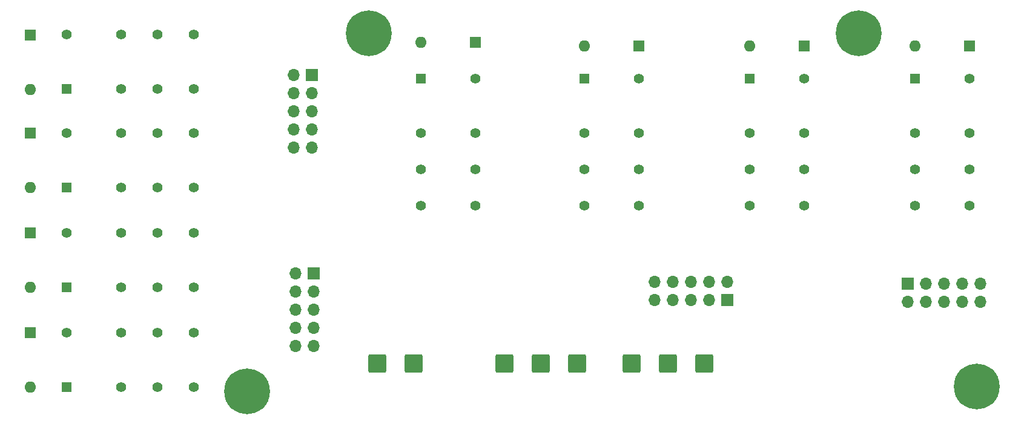
<source format=gbr>
%TF.GenerationSoftware,KiCad,Pcbnew,7.0.6*%
%TF.CreationDate,2023-11-23T12:54:35+01:00*%
%TF.ProjectId,mainboard,6d61696e-626f-4617-9264-2e6b69636164,1*%
%TF.SameCoordinates,Original*%
%TF.FileFunction,Soldermask,Bot*%
%TF.FilePolarity,Negative*%
%FSLAX46Y46*%
G04 Gerber Fmt 4.6, Leading zero omitted, Abs format (unit mm)*
G04 Created by KiCad (PCBNEW 7.0.6) date 2023-11-23 12:54:35*
%MOMM*%
%LPD*%
G01*
G04 APERTURE LIST*
G04 Aperture macros list*
%AMRoundRect*
0 Rectangle with rounded corners*
0 $1 Rounding radius*
0 $2 $3 $4 $5 $6 $7 $8 $9 X,Y pos of 4 corners*
0 Add a 4 corners polygon primitive as box body*
4,1,4,$2,$3,$4,$5,$6,$7,$8,$9,$2,$3,0*
0 Add four circle primitives for the rounded corners*
1,1,$1+$1,$2,$3*
1,1,$1+$1,$4,$5*
1,1,$1+$1,$6,$7*
1,1,$1+$1,$8,$9*
0 Add four rect primitives between the rounded corners*
20,1,$1+$1,$2,$3,$4,$5,0*
20,1,$1+$1,$4,$5,$6,$7,0*
20,1,$1+$1,$6,$7,$8,$9,0*
20,1,$1+$1,$8,$9,$2,$3,0*%
G04 Aperture macros list end*
%ADD10RoundRect,0.249999X-1.025001X-1.025001X1.025001X-1.025001X1.025001X1.025001X-1.025001X1.025001X0*%
%ADD11R,1.700000X1.700000*%
%ADD12O,1.700000X1.700000*%
%ADD13C,0.800000*%
%ADD14C,6.400000*%
%ADD15R,1.600000X1.600000*%
%ADD16O,1.600000X1.600000*%
%ADD17R,1.400000X1.400000*%
%ADD18C,1.400000*%
G04 APERTURE END LIST*
D10*
%TO.C,J36*%
X136435000Y-123745500D03*
%TD*%
%TO.C,J39*%
X146595000Y-123745500D03*
%TD*%
D11*
%TO.C,J3*%
X109785000Y-111075500D03*
D12*
X107245000Y-111075500D03*
X109785000Y-113615500D03*
X107245000Y-113615500D03*
X109785000Y-116155500D03*
X107245000Y-116155500D03*
X109785000Y-118695500D03*
X107245000Y-118695500D03*
X109785000Y-121235500D03*
X107245000Y-121235500D03*
%TD*%
D13*
%TO.C,REF\u002A\u002A*%
X183604052Y-77470000D03*
X184306996Y-75772944D03*
X184306996Y-79167056D03*
X186004052Y-75070000D03*
D14*
X186004052Y-77470000D03*
D13*
X186004052Y-79870000D03*
X187701108Y-75772944D03*
X187701108Y-79167056D03*
X188404052Y-77470000D03*
%TD*%
D15*
%TO.C,D6*%
X178345000Y-79295500D03*
D16*
X170725000Y-79295500D03*
%TD*%
D17*
%TO.C,K6*%
X75253500Y-99060000D03*
D18*
X82873500Y-99060000D03*
X87953500Y-99060000D03*
X93033500Y-99060000D03*
X93033500Y-91440000D03*
X87953500Y-91440000D03*
X82873500Y-91440000D03*
X75253500Y-91440000D03*
%TD*%
D17*
%TO.C,K5*%
X124751000Y-83867500D03*
D18*
X124751000Y-91487500D03*
X124751000Y-96567500D03*
X124751000Y-101647500D03*
X132371000Y-101647500D03*
X132371000Y-96567500D03*
X132371000Y-91487500D03*
X132371000Y-83867500D03*
%TD*%
D13*
%TO.C,REF\u002A\u002A*%
X98094052Y-127580000D03*
X98796996Y-125882944D03*
X98796996Y-129277056D03*
X100494052Y-125180000D03*
D14*
X100494052Y-127580000D03*
D13*
X100494052Y-129980000D03*
X102191108Y-125882944D03*
X102191108Y-129277056D03*
X102894052Y-127580000D03*
%TD*%
D10*
%TO.C,J37*%
X154215000Y-123745500D03*
%TD*%
D15*
%TO.C,D8*%
X132371000Y-78787500D03*
D16*
X124751000Y-78787500D03*
%TD*%
D13*
%TO.C,REF\u002A\u002A*%
X115094052Y-77470000D03*
X115796996Y-75772944D03*
X115796996Y-79167056D03*
X117494052Y-75070000D03*
D14*
X117494052Y-77470000D03*
D13*
X117494052Y-79870000D03*
X119191108Y-75772944D03*
X119191108Y-79167056D03*
X119894052Y-77470000D03*
%TD*%
D10*
%TO.C,J33*%
X123735000Y-123745500D03*
%TD*%
D15*
%TO.C,D10*%
X70173500Y-91440000D03*
D16*
X70173500Y-99060000D03*
%TD*%
D17*
%TO.C,K8*%
X75253500Y-113030000D03*
D18*
X82873500Y-113030000D03*
X87953500Y-113030000D03*
X93033500Y-113030000D03*
X93033500Y-105410000D03*
X87953500Y-105410000D03*
X82873500Y-105410000D03*
X75253500Y-105410000D03*
%TD*%
D15*
%TO.C,D12*%
X70173500Y-105410000D03*
D16*
X70173500Y-113030000D03*
%TD*%
D11*
%TO.C,J18*%
X167647000Y-114875500D03*
D12*
X167647000Y-112335500D03*
X165107000Y-114875500D03*
X165107000Y-112335500D03*
X162567000Y-114875500D03*
X162567000Y-112335500D03*
X160027000Y-114875500D03*
X160027000Y-112335500D03*
X157487000Y-114875500D03*
X157487000Y-112335500D03*
%TD*%
D17*
%TO.C,K7*%
X75221000Y-127000000D03*
D18*
X82841000Y-127000000D03*
X87921000Y-127000000D03*
X93001000Y-127000000D03*
X93001000Y-119380000D03*
X87921000Y-119380000D03*
X82841000Y-119380000D03*
X75221000Y-119380000D03*
%TD*%
D15*
%TO.C,D11*%
X70141000Y-119380000D03*
D16*
X70141000Y-127000000D03*
%TD*%
D10*
%TO.C,J32*%
X118655000Y-123745500D03*
%TD*%
D17*
%TO.C,K1*%
X193839000Y-83867500D03*
D18*
X193839000Y-91487500D03*
X193839000Y-96567500D03*
X193839000Y-101647500D03*
X201459000Y-101647500D03*
X201459000Y-96567500D03*
X201459000Y-91487500D03*
X201459000Y-83867500D03*
%TD*%
D15*
%TO.C,D9*%
X70173500Y-77724000D03*
D16*
X70173500Y-85344000D03*
%TD*%
D15*
%TO.C,D7*%
X155231000Y-79295500D03*
D16*
X147611000Y-79295500D03*
%TD*%
D15*
%TO.C,D5*%
X201459000Y-79295500D03*
D16*
X193839000Y-79295500D03*
%TD*%
D13*
%TO.C,REF\u002A\u002A*%
X200094052Y-126980000D03*
X200796996Y-125282944D03*
X200796996Y-128677056D03*
X202494052Y-124580000D03*
D14*
X202494052Y-126980000D03*
D13*
X202494052Y-129380000D03*
X204191108Y-125282944D03*
X204191108Y-128677056D03*
X204894052Y-126980000D03*
%TD*%
D10*
%TO.C,J35*%
X141515000Y-123745500D03*
%TD*%
D11*
%TO.C,J19*%
X192853000Y-112549500D03*
D12*
X192853000Y-115089500D03*
X195393000Y-112549500D03*
X195393000Y-115089500D03*
X197933000Y-112549500D03*
X197933000Y-115089500D03*
X200473000Y-112549500D03*
X200473000Y-115089500D03*
X203013000Y-112549500D03*
X203013000Y-115089500D03*
%TD*%
D17*
%TO.C,K4*%
X147611000Y-83867500D03*
D18*
X147611000Y-91487500D03*
X147611000Y-96567500D03*
X147611000Y-101647500D03*
X155231000Y-101647500D03*
X155231000Y-96567500D03*
X155231000Y-91487500D03*
X155231000Y-83867500D03*
%TD*%
D10*
%TO.C,J38*%
X159295000Y-123745500D03*
%TD*%
D11*
%TO.C,J1*%
X109511000Y-83359500D03*
D12*
X106971000Y-83359500D03*
X109511000Y-85899500D03*
X106971000Y-85899500D03*
X109511000Y-88439500D03*
X106971000Y-88439500D03*
X109511000Y-90979500D03*
X106971000Y-90979500D03*
X109511000Y-93519500D03*
X106971000Y-93519500D03*
%TD*%
D10*
%TO.C,J40*%
X164375000Y-123745500D03*
%TD*%
D17*
%TO.C,K2*%
X75286000Y-85296500D03*
D18*
X82906000Y-85296500D03*
X87986000Y-85296500D03*
X93066000Y-85296500D03*
X93066000Y-77676500D03*
X87986000Y-77676500D03*
X82906000Y-77676500D03*
X75286000Y-77676500D03*
%TD*%
D17*
%TO.C,K3*%
X170725000Y-83867500D03*
D18*
X170725000Y-91487500D03*
X170725000Y-96567500D03*
X170725000Y-101647500D03*
X178345000Y-101647500D03*
X178345000Y-96567500D03*
X178345000Y-91487500D03*
X178345000Y-83867500D03*
%TD*%
M02*

</source>
